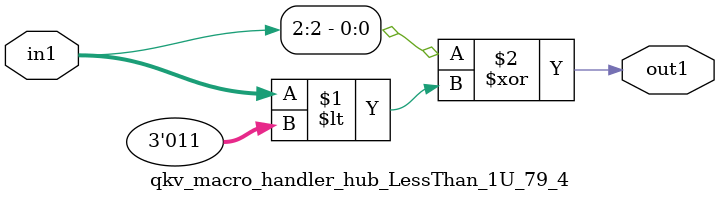
<source format=v>

`timescale 1ps / 1ps


module qkv_macro_handler_hub_LessThan_1U_79_4( in1, out1 );

    input [2:0] in1;
    output out1;

    
    // rtl_process:qkv_macro_handler_hub_LessThan_1U_79_4/qkv_macro_handler_hub_LessThan_1U_79_4_thread_1
    assign out1 = (in1[2] ^ in1 < 3'd3);

endmodule



</source>
